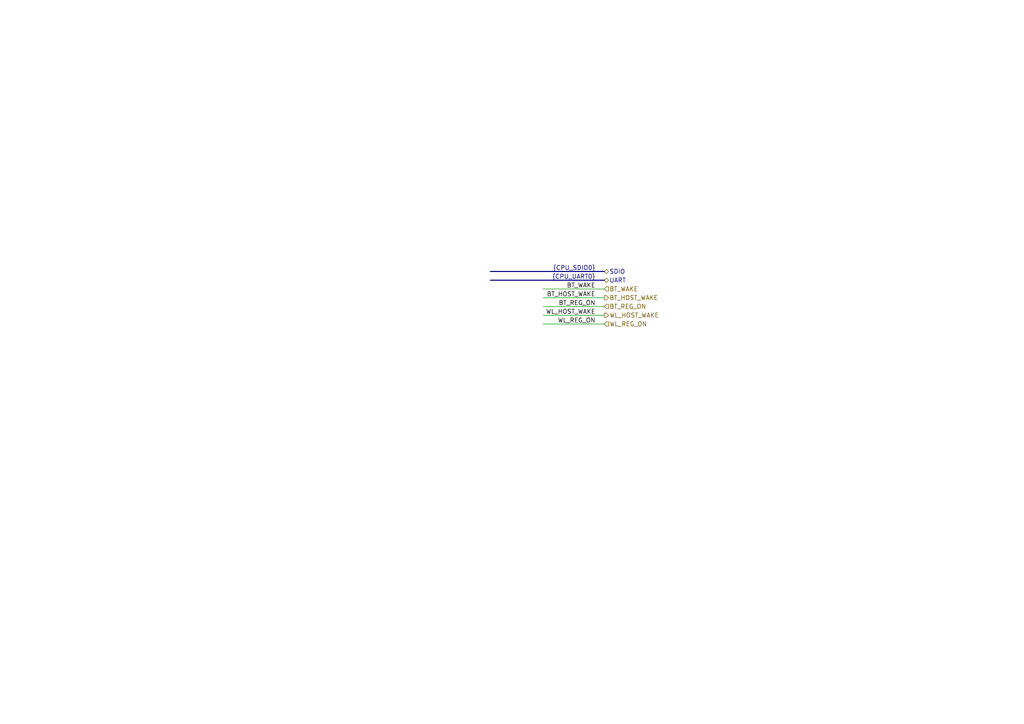
<source format=kicad_sch>
(kicad_sch
	(version 20250114)
	(generator "eeschema")
	(generator_version "9.0")
	(uuid "1786e39d-65a5-42d8-b522-5764ae04d20b")
	(paper "A4")
	(title_block
		(date "2026-01-14")
		(rev "1.0.0")
		(company "TickLab")
	)
	(lib_symbols)
	(wire
		(pts
			(xy 157.48 93.98) (xy 175.26 93.98)
		)
		(stroke
			(width 0)
			(type default)
		)
		(uuid "233c466c-225f-4bc2-8923-94e8c7d285b6")
	)
	(bus
		(pts
			(xy 142.24 81.28) (xy 175.26 81.28)
		)
		(stroke
			(width 0)
			(type default)
		)
		(uuid "2fb9f46c-98ff-403c-9b6f-3c2efb29d6ba")
	)
	(wire
		(pts
			(xy 157.48 88.9) (xy 175.26 88.9)
		)
		(stroke
			(width 0)
			(type default)
		)
		(uuid "960714c4-fa2d-49e4-a1d5-321affcdb73f")
	)
	(wire
		(pts
			(xy 157.48 86.36) (xy 175.26 86.36)
		)
		(stroke
			(width 0)
			(type default)
		)
		(uuid "9d02821d-6fd2-4cb3-ba84-c3992e744889")
	)
	(bus
		(pts
			(xy 142.24 78.74) (xy 175.26 78.74)
		)
		(stroke
			(width 0)
			(type default)
		)
		(uuid "bf57ba0e-7abc-41ac-97dc-20157e487049")
	)
	(wire
		(pts
			(xy 157.48 91.44) (xy 175.26 91.44)
		)
		(stroke
			(width 0)
			(type default)
		)
		(uuid "e4474ce8-408b-4f5d-90a7-62754e4e064f")
	)
	(wire
		(pts
			(xy 157.48 83.82) (xy 175.26 83.82)
		)
		(stroke
			(width 0)
			(type default)
		)
		(uuid "fc20af5e-736e-43ed-804c-558cb79e7d5d")
	)
	(label "{CPU_SDIO0}"
		(at 172.72 78.74 180)
		(effects
			(font
				(size 1.27 1.27)
			)
			(justify right bottom)
		)
		(uuid "43d93434-74ab-40cb-b84b-fe01c384b6c2")
	)
	(label "BT_REG_ON"
		(at 172.72 88.9 180)
		(effects
			(font
				(size 1.27 1.27)
			)
			(justify right bottom)
		)
		(uuid "4d970218-d141-4196-b341-2067c92b1994")
	)
	(label "WL_REG_ON"
		(at 172.72 93.98 180)
		(effects
			(font
				(size 1.27 1.27)
			)
			(justify right bottom)
		)
		(uuid "6961e108-16d9-4215-bc07-3294cd442242")
	)
	(label "BT_HOST_WAKE"
		(at 172.72 86.36 180)
		(effects
			(font
				(size 1.27 1.27)
			)
			(justify right bottom)
		)
		(uuid "9e2a2cf0-8ab8-4d24-bdf1-04cdae8739f4")
	)
	(label "{CPU_UART0}"
		(at 172.72 81.28 180)
		(effects
			(font
				(size 1.27 1.27)
			)
			(justify right bottom)
		)
		(uuid "b3b51e62-e90e-4850-a021-8f9580f34a8a")
	)
	(label "WL_HOST_WAKE"
		(at 172.72 91.44 180)
		(effects
			(font
				(size 1.27 1.27)
			)
			(justify right bottom)
		)
		(uuid "d473936f-8062-4c6f-ad90-f26044653464")
	)
	(label "BT_WAKE"
		(at 172.72 83.82 180)
		(effects
			(font
				(size 1.27 1.27)
			)
			(justify right bottom)
		)
		(uuid "f2f92eeb-36ea-4be4-b62e-3a93c4e4a1e4")
	)
	(hierarchical_label "BT_WAKE"
		(shape input)
		(at 175.26 83.82 0)
		(effects
			(font
				(size 1.27 1.27)
			)
			(justify left)
		)
		(uuid "50e21c67-ec39-495a-903e-53b65f4b678d")
	)
	(hierarchical_label "WL_REG_ON"
		(shape input)
		(at 175.26 93.98 0)
		(effects
			(font
				(size 1.27 1.27)
			)
			(justify left)
		)
		(uuid "5462f1cd-19e4-4566-922a-a16a2fdeaf63")
	)
	(hierarchical_label "UART"
		(shape bidirectional)
		(at 175.26 81.28 0)
		(effects
			(font
				(size 1.27 1.27)
			)
			(justify left)
		)
		(uuid "65f83c7c-bca6-4b82-bd6c-2c377f1dba4d")
	)
	(hierarchical_label "SDIO"
		(shape bidirectional)
		(at 175.26 78.74 0)
		(effects
			(font
				(size 1.27 1.27)
			)
			(justify left)
		)
		(uuid "a9e35f30-4d9d-4b4f-8985-a291dc6e5a37")
	)
	(hierarchical_label "BT_REG_ON"
		(shape input)
		(at 175.26 88.9 0)
		(effects
			(font
				(size 1.27 1.27)
			)
			(justify left)
		)
		(uuid "b35b69d2-7f8f-43ed-91cd-dbbfc30de603")
	)
	(hierarchical_label "BT_HOST_WAKE"
		(shape output)
		(at 175.26 86.36 0)
		(effects
			(font
				(size 1.27 1.27)
			)
			(justify left)
		)
		(uuid "d367129e-fd80-4f21-b0a2-4cc743117761")
	)
	(hierarchical_label "WL_HOST_WAKE"
		(shape output)
		(at 175.26 91.44 0)
		(effects
			(font
				(size 1.27 1.27)
			)
			(justify left)
		)
		(uuid "dadc69d3-a2f9-4f88-a70b-a60759221f3b")
	)
)

</source>
